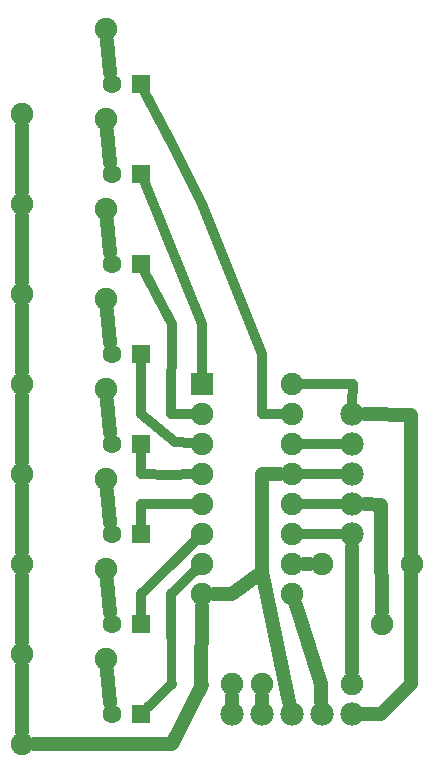
<source format=gbl>
G04 MADE WITH FRITZING*
G04 WWW.FRITZING.ORG*
G04 SINGLE SIDED*
G04 HOLES NOT PLATED*
G04 CONTOUR ON CENTER OF CONTOUR VECTOR*
%ASAXBY*%
%FSLAX23Y23*%
%MOIN*%
%OFA0B0*%
%SFA1.0B1.0*%
%ADD10C,0.075000*%
%ADD11C,0.062992*%
%ADD12C,0.078000*%
%ADD13R,0.062992X0.062992*%
%ADD14R,0.075000X0.075000*%
%ADD15C,0.048000*%
%ADD16C,0.032000*%
%ADD17R,0.001000X0.001000*%
%LNCOPPER0*%
G90*
G70*
G54D10*
X918Y294D03*
X1318Y494D03*
X818Y294D03*
X1218Y294D03*
X1118Y694D03*
X1418Y694D03*
G54D11*
X516Y2294D03*
X418Y2294D03*
X516Y794D03*
X418Y794D03*
X516Y1094D03*
X418Y1094D03*
X516Y194D03*
X418Y194D03*
X516Y494D03*
X418Y494D03*
X516Y1394D03*
X418Y1394D03*
X516Y1694D03*
X418Y1694D03*
X516Y1994D03*
X418Y1994D03*
G54D10*
X721Y1294D03*
X1021Y1294D03*
X721Y1194D03*
X1021Y1194D03*
X721Y1094D03*
X1021Y1094D03*
X721Y994D03*
X1021Y994D03*
X721Y894D03*
X1021Y894D03*
X721Y794D03*
X1021Y794D03*
X721Y694D03*
X1021Y694D03*
X721Y594D03*
X1021Y594D03*
G54D12*
X1218Y194D03*
X1118Y194D03*
X1018Y194D03*
X918Y194D03*
X818Y194D03*
X1221Y794D03*
X1221Y894D03*
X1221Y994D03*
X1221Y1094D03*
X1221Y1194D03*
G54D10*
X118Y2194D03*
X401Y2477D03*
X118Y1894D03*
X401Y2177D03*
X118Y1594D03*
X401Y1877D03*
X118Y1294D03*
X401Y1577D03*
X118Y994D03*
X401Y1277D03*
X118Y694D03*
X401Y977D03*
X118Y394D03*
X401Y677D03*
X118Y94D03*
X401Y377D03*
G54D13*
X516Y2294D03*
X516Y794D03*
X516Y1094D03*
X516Y194D03*
X516Y494D03*
X516Y1394D03*
X516Y1694D03*
X516Y1994D03*
G54D14*
X721Y1294D03*
G54D15*
X1117Y295D02*
X1033Y557D01*
D02*
X1117Y235D02*
X1117Y295D01*
D02*
X1417Y295D02*
X1317Y195D01*
D02*
X1417Y495D02*
X1417Y295D01*
D02*
X1317Y195D02*
X1259Y195D01*
D02*
X1417Y696D02*
X1417Y495D01*
D02*
X920Y669D02*
X1010Y235D01*
D02*
X1078Y694D02*
X1060Y694D01*
D02*
X918Y255D02*
X918Y235D01*
D02*
X818Y255D02*
X818Y235D01*
D02*
X1317Y793D02*
X1318Y534D01*
D02*
X1317Y893D02*
X1317Y793D01*
D02*
X1262Y894D02*
X1317Y893D01*
D02*
X1220Y753D02*
X1218Y334D01*
G54D16*
D02*
X618Y1495D02*
X531Y1665D01*
D02*
X617Y1194D02*
X618Y1495D01*
D02*
X686Y1194D02*
X617Y1194D01*
D02*
X517Y994D02*
X517Y1062D01*
D02*
X617Y993D02*
X517Y994D01*
D02*
X686Y994D02*
X617Y993D01*
D02*
X619Y2094D02*
X531Y2265D01*
D02*
X720Y1896D02*
X619Y2094D01*
D02*
X918Y1394D02*
X720Y1896D01*
D02*
X919Y1194D02*
X918Y1394D01*
D02*
X986Y1194D02*
X919Y1194D01*
D02*
X696Y671D02*
X617Y594D01*
D02*
X618Y294D02*
X540Y217D01*
G54D15*
D02*
X414Y1732D02*
X404Y1838D01*
D02*
X118Y434D02*
X118Y655D01*
D02*
X118Y134D02*
X118Y355D01*
D02*
X1417Y1193D02*
X1417Y696D01*
D02*
X1262Y1194D02*
X1417Y1193D01*
G54D16*
D02*
X718Y1495D02*
X528Y1964D01*
D02*
X720Y1329D02*
X718Y1495D01*
D02*
X1222Y1296D02*
X1221Y1230D01*
D02*
X1055Y1295D02*
X1222Y1296D01*
D02*
X1185Y894D02*
X1055Y894D01*
G54D15*
D02*
X118Y1934D02*
X118Y2155D01*
D02*
X414Y832D02*
X404Y938D01*
D02*
X414Y1132D02*
X404Y1238D01*
D02*
X920Y996D02*
X981Y995D01*
D02*
X920Y669D02*
X920Y996D01*
D02*
X819Y594D02*
X920Y669D01*
D02*
X760Y594D02*
X819Y594D01*
G54D16*
D02*
X696Y771D02*
X618Y694D01*
D02*
X618Y694D02*
X517Y595D01*
D02*
X517Y595D02*
X517Y527D01*
D02*
X1185Y994D02*
X1055Y994D01*
G54D15*
D02*
X118Y1634D02*
X118Y1855D01*
D02*
X118Y1334D02*
X118Y1555D01*
D02*
X414Y232D02*
X404Y338D01*
D02*
X414Y1432D02*
X404Y1538D01*
D02*
X118Y1034D02*
X118Y1255D01*
G54D16*
D02*
X516Y896D02*
X516Y827D01*
D02*
X686Y895D02*
X516Y896D01*
G54D15*
D02*
X419Y95D02*
X158Y94D01*
D02*
X619Y94D02*
X419Y95D01*
D02*
X720Y292D02*
X619Y94D01*
D02*
X717Y294D02*
X720Y292D01*
D02*
X720Y555D02*
X717Y294D01*
D02*
X414Y2032D02*
X404Y2138D01*
D02*
X414Y532D02*
X404Y638D01*
G54D16*
D02*
X1185Y1094D02*
X1055Y1094D01*
G54D15*
D02*
X118Y734D02*
X118Y955D01*
G54D16*
D02*
X516Y1295D02*
X516Y1362D01*
D02*
X517Y1194D02*
X516Y1295D01*
D02*
X631Y1102D02*
X517Y1194D01*
D02*
X687Y1097D02*
X631Y1102D01*
D02*
X1185Y794D02*
X1055Y794D01*
G54D15*
D02*
X414Y2332D02*
X404Y2438D01*
G54D17*
X612Y610D02*
X620Y610D01*
X610Y609D02*
X623Y609D01*
X608Y608D02*
X625Y608D01*
X607Y607D02*
X626Y607D01*
X605Y606D02*
X627Y606D01*
X605Y605D02*
X628Y605D01*
X604Y604D02*
X629Y604D01*
X603Y603D02*
X629Y603D01*
X603Y602D02*
X630Y602D01*
X602Y601D02*
X630Y601D01*
X602Y600D02*
X631Y600D01*
X601Y599D02*
X631Y599D01*
X601Y598D02*
X631Y598D01*
X601Y597D02*
X632Y597D01*
X601Y596D02*
X632Y596D01*
X601Y595D02*
X632Y595D01*
X601Y594D02*
X632Y594D01*
X601Y593D02*
X632Y593D01*
X601Y592D02*
X632Y592D01*
X601Y591D02*
X632Y591D01*
X601Y590D02*
X632Y590D01*
X601Y589D02*
X632Y589D01*
X601Y588D02*
X632Y588D01*
X601Y587D02*
X632Y587D01*
X601Y586D02*
X632Y586D01*
X601Y585D02*
X632Y585D01*
X601Y584D02*
X632Y584D01*
X601Y583D02*
X632Y583D01*
X601Y582D02*
X632Y582D01*
X601Y581D02*
X632Y581D01*
X601Y580D02*
X632Y580D01*
X601Y579D02*
X632Y579D01*
X601Y578D02*
X632Y578D01*
X601Y577D02*
X632Y577D01*
X601Y576D02*
X632Y576D01*
X601Y575D02*
X632Y575D01*
X601Y574D02*
X632Y574D01*
X601Y573D02*
X632Y573D01*
X601Y572D02*
X632Y572D01*
X601Y571D02*
X632Y571D01*
X601Y570D02*
X632Y570D01*
X601Y569D02*
X632Y569D01*
X601Y568D02*
X632Y568D01*
X601Y567D02*
X632Y567D01*
X601Y566D02*
X632Y566D01*
X601Y565D02*
X632Y565D01*
X601Y564D02*
X632Y564D01*
X601Y563D02*
X632Y563D01*
X601Y562D02*
X632Y562D01*
X601Y561D02*
X632Y561D01*
X601Y560D02*
X632Y560D01*
X601Y559D02*
X632Y559D01*
X601Y558D02*
X632Y558D01*
X601Y557D02*
X632Y557D01*
X601Y556D02*
X632Y556D01*
X601Y555D02*
X632Y555D01*
X601Y554D02*
X632Y554D01*
X601Y553D02*
X632Y553D01*
X601Y552D02*
X632Y552D01*
X601Y551D02*
X632Y551D01*
X601Y550D02*
X632Y550D01*
X601Y549D02*
X632Y549D01*
X601Y548D02*
X632Y548D01*
X601Y547D02*
X632Y547D01*
X601Y546D02*
X632Y546D01*
X601Y545D02*
X632Y545D01*
X601Y544D02*
X632Y544D01*
X601Y543D02*
X632Y543D01*
X601Y542D02*
X632Y542D01*
X601Y541D02*
X632Y541D01*
X601Y540D02*
X632Y540D01*
X601Y539D02*
X632Y539D01*
X601Y538D02*
X632Y538D01*
X601Y537D02*
X632Y537D01*
X601Y536D02*
X632Y536D01*
X601Y535D02*
X632Y535D01*
X601Y534D02*
X632Y534D01*
X601Y533D02*
X632Y533D01*
X601Y532D02*
X632Y532D01*
X601Y531D02*
X632Y531D01*
X601Y530D02*
X632Y530D01*
X601Y529D02*
X632Y529D01*
X601Y528D02*
X632Y528D01*
X601Y527D02*
X632Y527D01*
X601Y526D02*
X632Y526D01*
X601Y525D02*
X632Y525D01*
X601Y524D02*
X632Y524D01*
X601Y523D02*
X632Y523D01*
X601Y522D02*
X632Y522D01*
X601Y521D02*
X632Y521D01*
X601Y520D02*
X632Y520D01*
X601Y519D02*
X632Y519D01*
X601Y518D02*
X632Y518D01*
X601Y517D02*
X632Y517D01*
X601Y516D02*
X632Y516D01*
X601Y515D02*
X632Y515D01*
X601Y514D02*
X632Y514D01*
X601Y513D02*
X632Y513D01*
X601Y512D02*
X632Y512D01*
X601Y511D02*
X632Y511D01*
X601Y510D02*
X632Y510D01*
X601Y509D02*
X632Y509D01*
X601Y508D02*
X632Y508D01*
X601Y507D02*
X632Y507D01*
X601Y506D02*
X632Y506D01*
X601Y505D02*
X632Y505D01*
X601Y504D02*
X632Y504D01*
X601Y503D02*
X632Y503D01*
X601Y502D02*
X632Y502D01*
X601Y501D02*
X632Y501D01*
X601Y500D02*
X632Y500D01*
X601Y499D02*
X632Y499D01*
X601Y498D02*
X632Y498D01*
X601Y497D02*
X632Y497D01*
X601Y496D02*
X632Y496D01*
X601Y495D02*
X632Y495D01*
X601Y494D02*
X632Y494D01*
X601Y493D02*
X632Y493D01*
X601Y492D02*
X632Y492D01*
X601Y491D02*
X632Y491D01*
X601Y490D02*
X632Y490D01*
X601Y489D02*
X632Y489D01*
X601Y488D02*
X632Y488D01*
X601Y487D02*
X632Y487D01*
X601Y486D02*
X632Y486D01*
X601Y485D02*
X632Y485D01*
X601Y484D02*
X632Y484D01*
X601Y483D02*
X632Y483D01*
X601Y482D02*
X632Y482D01*
X601Y481D02*
X632Y481D01*
X601Y480D02*
X632Y480D01*
X601Y479D02*
X632Y479D01*
X601Y478D02*
X632Y478D01*
X601Y477D02*
X632Y477D01*
X601Y476D02*
X632Y476D01*
X601Y475D02*
X632Y475D01*
X601Y474D02*
X632Y474D01*
X601Y473D02*
X632Y473D01*
X601Y472D02*
X632Y472D01*
X601Y471D02*
X632Y471D01*
X601Y470D02*
X632Y470D01*
X601Y469D02*
X632Y469D01*
X601Y468D02*
X632Y468D01*
X601Y467D02*
X632Y467D01*
X601Y466D02*
X632Y466D01*
X601Y465D02*
X632Y465D01*
X601Y464D02*
X632Y464D01*
X601Y463D02*
X632Y463D01*
X601Y462D02*
X632Y462D01*
X601Y461D02*
X632Y461D01*
X601Y460D02*
X632Y460D01*
X601Y459D02*
X632Y459D01*
X601Y458D02*
X632Y458D01*
X601Y457D02*
X632Y457D01*
X601Y456D02*
X632Y456D01*
X601Y455D02*
X632Y455D01*
X601Y454D02*
X632Y454D01*
X601Y453D02*
X632Y453D01*
X601Y452D02*
X632Y452D01*
X601Y451D02*
X632Y451D01*
X601Y450D02*
X632Y450D01*
X601Y449D02*
X632Y449D01*
X601Y448D02*
X633Y448D01*
X601Y447D02*
X633Y447D01*
X602Y446D02*
X633Y446D01*
X602Y445D02*
X633Y445D01*
X602Y444D02*
X633Y444D01*
X602Y443D02*
X633Y443D01*
X602Y442D02*
X633Y442D01*
X602Y441D02*
X633Y441D01*
X602Y440D02*
X633Y440D01*
X602Y439D02*
X633Y439D01*
X602Y438D02*
X633Y438D01*
X602Y437D02*
X633Y437D01*
X602Y436D02*
X633Y436D01*
X602Y435D02*
X633Y435D01*
X602Y434D02*
X633Y434D01*
X602Y433D02*
X633Y433D01*
X602Y432D02*
X633Y432D01*
X602Y431D02*
X633Y431D01*
X602Y430D02*
X633Y430D01*
X602Y429D02*
X633Y429D01*
X602Y428D02*
X633Y428D01*
X602Y427D02*
X633Y427D01*
X602Y426D02*
X633Y426D01*
X602Y425D02*
X633Y425D01*
X602Y424D02*
X633Y424D01*
X602Y423D02*
X633Y423D01*
X602Y422D02*
X633Y422D01*
X602Y421D02*
X633Y421D01*
X602Y420D02*
X633Y420D01*
X602Y419D02*
X633Y419D01*
X602Y418D02*
X633Y418D01*
X602Y417D02*
X633Y417D01*
X602Y416D02*
X633Y416D01*
X602Y415D02*
X633Y415D01*
X602Y414D02*
X633Y414D01*
X602Y413D02*
X633Y413D01*
X602Y412D02*
X633Y412D01*
X602Y411D02*
X633Y411D01*
X602Y410D02*
X633Y410D01*
X602Y409D02*
X633Y409D01*
X602Y408D02*
X633Y408D01*
X602Y407D02*
X633Y407D01*
X602Y406D02*
X633Y406D01*
X602Y405D02*
X633Y405D01*
X602Y404D02*
X633Y404D01*
X602Y403D02*
X633Y403D01*
X602Y402D02*
X633Y402D01*
X602Y401D02*
X633Y401D01*
X602Y400D02*
X633Y400D01*
X602Y399D02*
X633Y399D01*
X602Y398D02*
X633Y398D01*
X602Y397D02*
X633Y397D01*
X602Y396D02*
X633Y396D01*
X602Y395D02*
X633Y395D01*
X602Y394D02*
X633Y394D01*
X602Y393D02*
X633Y393D01*
X602Y392D02*
X633Y392D01*
X602Y391D02*
X633Y391D01*
X602Y390D02*
X633Y390D01*
X602Y389D02*
X633Y389D01*
X602Y388D02*
X633Y388D01*
X602Y387D02*
X633Y387D01*
X602Y386D02*
X633Y386D01*
X602Y385D02*
X633Y385D01*
X602Y384D02*
X633Y384D01*
X602Y383D02*
X633Y383D01*
X602Y382D02*
X633Y382D01*
X602Y381D02*
X633Y381D01*
X602Y380D02*
X633Y380D01*
X602Y379D02*
X633Y379D01*
X602Y378D02*
X633Y378D01*
X602Y377D02*
X633Y377D01*
X602Y376D02*
X633Y376D01*
X602Y375D02*
X633Y375D01*
X602Y374D02*
X633Y374D01*
X602Y373D02*
X633Y373D01*
X602Y372D02*
X633Y372D01*
X602Y371D02*
X633Y371D01*
X602Y370D02*
X633Y370D01*
X602Y369D02*
X633Y369D01*
X602Y368D02*
X633Y368D01*
X602Y367D02*
X633Y367D01*
X602Y366D02*
X633Y366D01*
X602Y365D02*
X633Y365D01*
X602Y364D02*
X633Y364D01*
X602Y363D02*
X633Y363D01*
X602Y362D02*
X633Y362D01*
X602Y361D02*
X633Y361D01*
X602Y360D02*
X633Y360D01*
X602Y359D02*
X633Y359D01*
X602Y358D02*
X633Y358D01*
X602Y357D02*
X633Y357D01*
X602Y356D02*
X633Y356D01*
X602Y355D02*
X633Y355D01*
X602Y354D02*
X633Y354D01*
X602Y353D02*
X633Y353D01*
X602Y352D02*
X633Y352D01*
X602Y351D02*
X633Y351D01*
X602Y350D02*
X633Y350D01*
X602Y349D02*
X633Y349D01*
X602Y348D02*
X633Y348D01*
X602Y347D02*
X633Y347D01*
X602Y346D02*
X633Y346D01*
X602Y345D02*
X633Y345D01*
X602Y344D02*
X633Y344D01*
X602Y343D02*
X633Y343D01*
X602Y342D02*
X633Y342D01*
X602Y341D02*
X633Y341D01*
X602Y340D02*
X633Y340D01*
X602Y339D02*
X633Y339D01*
X602Y338D02*
X633Y338D01*
X602Y337D02*
X633Y337D01*
X602Y336D02*
X633Y336D01*
X602Y335D02*
X633Y335D01*
X602Y334D02*
X633Y334D01*
X602Y333D02*
X633Y333D01*
X602Y332D02*
X633Y332D01*
X602Y331D02*
X633Y331D01*
X602Y330D02*
X633Y330D01*
X602Y329D02*
X633Y329D01*
X602Y328D02*
X633Y328D01*
X602Y327D02*
X633Y327D01*
X602Y326D02*
X633Y326D01*
X602Y325D02*
X633Y325D01*
X602Y324D02*
X633Y324D01*
X602Y323D02*
X633Y323D01*
X602Y322D02*
X633Y322D01*
X602Y321D02*
X633Y321D01*
X602Y320D02*
X633Y320D01*
X602Y319D02*
X633Y319D01*
X602Y318D02*
X633Y318D01*
X602Y317D02*
X633Y317D01*
X602Y316D02*
X633Y316D01*
X602Y315D02*
X633Y315D01*
X602Y314D02*
X633Y314D01*
X602Y313D02*
X633Y313D01*
X602Y312D02*
X633Y312D01*
X602Y311D02*
X633Y311D01*
X602Y310D02*
X633Y310D01*
X602Y309D02*
X633Y309D01*
X602Y308D02*
X633Y308D01*
X602Y307D02*
X633Y307D01*
X602Y306D02*
X633Y306D01*
X602Y305D02*
X633Y305D01*
X602Y304D02*
X633Y304D01*
X602Y303D02*
X633Y303D01*
X602Y302D02*
X633Y302D01*
X602Y301D02*
X633Y301D01*
X602Y300D02*
X633Y300D01*
X602Y299D02*
X633Y299D01*
X602Y298D02*
X633Y298D01*
X602Y297D02*
X633Y297D01*
X602Y296D02*
X633Y296D01*
X602Y295D02*
X633Y295D01*
X602Y294D02*
X633Y294D01*
X602Y293D02*
X633Y293D01*
X603Y292D02*
X633Y292D01*
X603Y291D02*
X633Y291D01*
X603Y290D02*
X633Y290D01*
X603Y289D02*
X632Y289D01*
X604Y288D02*
X632Y288D01*
X604Y287D02*
X631Y287D01*
X605Y286D02*
X631Y286D01*
X605Y285D02*
X630Y285D01*
X606Y284D02*
X629Y284D01*
X607Y283D02*
X628Y283D01*
X608Y282D02*
X627Y282D01*
X610Y281D02*
X626Y281D01*
X612Y280D02*
X624Y280D01*
X614Y279D02*
X621Y279D01*
D02*
G04 End of Copper0*
M02*
</source>
